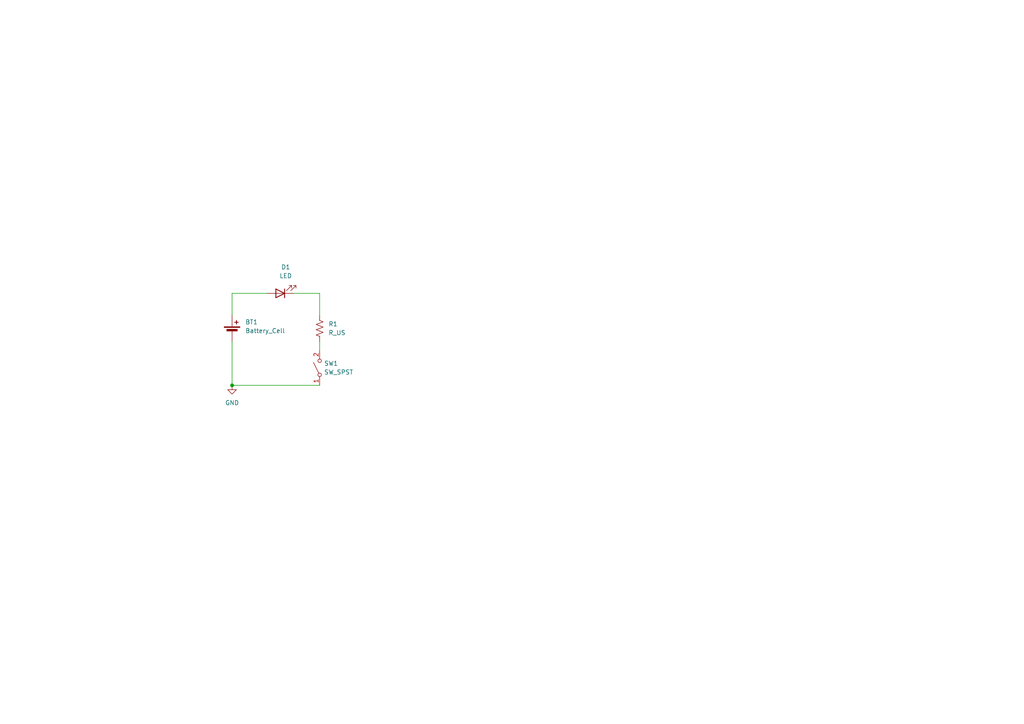
<source format=kicad_sch>
(kicad_sch (version 20231120) (generator "eeschema") (generator_version "8.0")
  (paper "A4")
  (lib_symbols
    (symbol "Device:Battery_Cell" (pin_numbers hide) (pin_names (offset 0) hide)
      (property "Reference" "BT" (at 2.54 2.54 0))
      (property "Value" "Battery_Cell" (at 2.54 0 0))
      (symbol "Battery_Cell_0_1"
        (rectangle (start -2.286 1.778) (end 2.286 1.524) (fill (type outline)))
        (rectangle (start -1.524 1.016) (end 1.524 0.508) (fill (type outline)))
        (polyline (pts (xy 0 0.762) (xy 0 0)))
        (polyline (pts (xy 0 1.778) (xy 0 2.54)))
        (polyline (pts (xy 0.762 3.048) (xy 1.778 3.048)) (stroke (width 0.254)))
        (polyline (pts (xy 1.27 3.556) (xy 1.27 2.54)) (stroke (width 0.254)))
      )
      (symbol "Battery_Cell_1_1"
        (pin passive line (at 0 5.08 270) (length 2.54) (name "+") (number "1"))
        (pin passive line (at 0 -2.54 90) (length 2.54) (name "-") (number "2"))
      )
    )
    (symbol "Device:LED" (pin_numbers hide) (pin_names (offset 1.016) hide)
      (property "Reference" "D" (at 0 2.54 0))
      (property "Value" "LED" (at 0 -2.54 0))
      (symbol "LED_0_1"
        (polyline (pts (xy -1.27 -1.27) (xy -1.27 1.27)) (stroke (width 0.254)))
        (polyline (pts (xy -1.27 0) (xy 1.27 0)))
        (polyline (pts (xy 1.27 -1.27) (xy 1.27 1.27) (xy -1.27 0) (xy 1.27 -1.27)) (stroke (width 0.254)))
        (polyline (pts (xy -3.048 -0.762) (xy -4.572 -2.286) (xy -3.81 -2.286) (xy -4.572 -2.286) (xy -4.572 -1.524)))
        (polyline (pts (xy -1.778 -0.762) (xy -3.302 -2.286) (xy -2.54 -2.286) (xy -3.302 -2.286) (xy -3.302 -1.524)))
      )
      (symbol "LED_1_1"
        (pin passive line (at -3.81 0 0) (length 2.54) (name "K") (number "1"))
        (pin passive line (at 3.81 0 180) (length 2.54) (name "A") (number "2"))
      )
    )
    (symbol "Device:R_US" (pin_numbers hide) (pin_names (offset 0))
      (property "Reference" "R" (at 2.54 0 90))
      (property "Value" "R_US" (at -2.54 0 90))
      (symbol "R_US_0_1"
        (polyline (pts (xy 0 -2.286) (xy 0 -2.54)))
        (polyline (pts (xy 0 2.286) (xy 0 2.54)))
        (polyline (pts (xy 0 -0.762) (xy 1.016 -1.143) (xy 0 -1.524) (xy -1.016 -1.905) (xy 0 -2.286)))
        (polyline (pts (xy 0 0.762) (xy 1.016 0.381) (xy 0 0) (xy -1.016 -0.381) (xy 0 -0.762)))
        (polyline (pts (xy 0 2.286) (xy 1.016 1.905) (xy 0 1.524) (xy -1.016 1.143) (xy 0 0.762)))
      )
      (symbol "R_US_1_1"
        (pin passive line (at 0 3.81 270) (length 1.27) (name "~") (number "1"))
        (pin passive line (at 0 -3.81 90) (length 1.27) (name "~") (number "2"))
      )
    )
    (symbol "Switch:SW_SPST" (pin_names (offset 0) hide)
      (property "Reference" "SW" (at 0 3.175 0))
      (property "Value" "SW_SPST" (at 0 -2.54 0))
      (symbol "SW_SPST_0_0"
        (circle (center -2.032 0) (radius 0.508))
        (polyline (pts (xy -1.524 0.254) (xy 1.524 1.778)))
        (circle (center 2.032 0) (radius 0.508))
      )
      (symbol "SW_SPST_1_1"
        (pin passive line (at -5.08 0 0) (length 2.54) (name "A") (number "1"))
        (pin passive line (at 5.08 0 180) (length 2.54) (name "B") (number "2"))
      )
    )
    (symbol "power:GND" (power) (pin_numbers hide) (pin_names (offset 0) hide)
      (property "Value" "GND" (at 0 -3.81 0))
      (symbol "GND_0_1"
        (polyline (pts (xy 0 0) (xy 0 -1.27) (xy 1.27 -1.27) (xy 0 -2.54) (xy -1.27 -1.27) (xy 0 -1.27)))
      )
      (symbol "GND_1_1"
        (pin power_in line (at 0 0 270) (length 0) (name "~") (number "1"))
      )
    )
  )
  (junction (at 67.31 111.76))
  (wire (pts (xy 67.31 85.09) (xy 77.47 85.09)))
  (wire (pts (xy 92.71 99.06) (xy 92.71 101.6)))
  (wire (pts (xy 85.09 85.09) (xy 92.71 85.09)))
  (wire (pts (xy 67.31 111.76) (xy 67.31 99.06)))
  (wire (pts (xy 92.71 85.09) (xy 92.71 91.44)))
  (wire (pts (xy 67.31 91.44) (xy 67.31 85.09)))
  (wire (pts (xy 92.71 111.76) (xy 67.31 111.76)))
  (symbol (lib_id "Switch:SW_SPST") (at 92.71 106.68 90) (unit 1)
    (property "Reference" "SW1" (at 93.98 105.4099 90) (effects (justify right)))
    (property "Value" "SW_SPST" (at 93.98 107.9499 90) (effects (justify right)))
    (property "Footprint" "Button_Switch_THT:SW_PUSH_6mm" (effects (hide yes)))
    (property "Description" "Single Pole Single Throw (SPST) switch" (effects (hide yes)))
  )
  (symbol (lib_id "power:GND") (at 67.31 111.76 0) (unit 1)
    (property "Reference" "#PWR01" (effects (hide yes)))
    (property "Value" "GND" (at 67.31 116.84 0))
    (property "Description" "Power symbol creates a global label with name \"GND\" , ground" (effects (hide yes)))
  )
  (symbol (lib_id "Device:Battery_Cell") (at 67.31 96.52 0) (unit 1)
    (property "Reference" "BT1" (at 71.12 93.4084 0) (effects (justify left)))
    (property "Value" "Battery_Cell" (at 71.12 95.9484 0) (effects (justify left)))
    (property "Footprint" "Battery:BatteryHolder_Keystone_103_1x20mm" (effects (hide yes)))
    (property "Description" "Single-cell battery" (effects (hide yes)))
  )
  (symbol (lib_id "Device:LED") (at 81.28 85.09 180) (unit 1)
    (property "Reference" "D1" (at 82.8675 77.47 0))
    (property "Value" "LED" (at 82.8675 80.01 0))
    (property "Footprint" "LED_SMD:LED_2512_6332Metric" (effects (hide yes)))
    (property "Description" "Light emitting diode" (effects (hide yes)))
  )
  (symbol (lib_id "Device:R_US") (at 92.71 95.25 0) (unit 1)
    (property "Reference" "R1" (at 95.25 93.9799 0) (effects (justify left)))
    (property "Value" "R_US" (at 95.25 96.5199 0) (effects (justify left)))
    (property "Footprint" "Resistor_SMD:R_2512_6332Metric" (effects (hide yes)))
    (property "Description" "Resistor, US symbol" (effects (hide yes)))
  )
)
</source>
